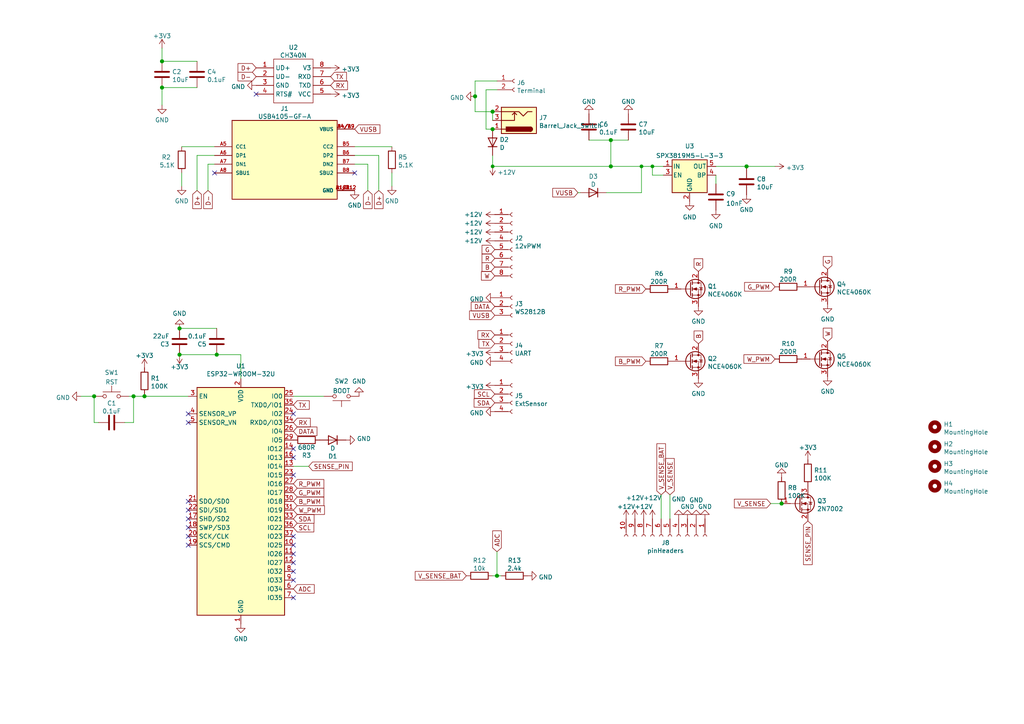
<source format=kicad_sch>
(kicad_sch (version 20211123) (generator eeschema)
  (paper "A4")
  (lib_symbols
    (symbol "Connector:Barrel_Jack_Switch" (pin_names hide)
      (property "Reference" "J" (at 0 5.334 0))
      (property "Value" "Barrel_Jack_Switch" (at 0 -5.08 0))
      (symbol "Barrel_Jack_Switch_0_1"
        (rectangle (start -5.08 3.81) (end 5.08 -3.81) (stroke (width 0.254)) (fill (type background)))
        (arc (start -3.302 3.175) (mid -3.937 2.54) (end -3.302 1.905) (stroke (width 0.254)))
        (arc (start -3.302 3.175) (mid -3.937 2.54) (end -3.302 1.905) (stroke (width 0.254)) (fill (type outline)))
        (polyline (pts (xy 1.27 -2.286) (xy 1.905 -1.651)) (stroke (width 0.254)))
        (polyline (pts (xy 5.08 2.54) (xy 3.81 2.54)) (stroke (width 0.254)))
        (polyline (pts (xy 5.08 0) (xy 1.27 0) (xy 1.27 -2.286) (xy 0.635 -1.651)) (stroke (width 0.254)))
        (polyline (pts (xy -3.81 -2.54) (xy -2.54 -2.54) (xy -1.27 -1.27) (xy 0 -2.54) (xy 2.54 -2.54) (xy 5.08 -2.54)) (stroke (width 0.254)))
        (rectangle (start 3.683 3.175) (end -3.302 1.905) (stroke (width 0.254)) (fill (type outline)))
      )
      (symbol "Barrel_Jack_Switch_1_1"
        (pin passive line (at 7.62 2.54 180) (length 2.54) (name "~") (number "1"))
        (pin passive line (at 7.62 -2.54 180) (length 2.54) (name "~") (number "2"))
        (pin passive line (at 7.62 0 180) (length 2.54) (name "~") (number "3"))
      )
    )
    (symbol "Connector:Conn_01x02_Female" (pin_names (offset 1.016) hide)
      (property "Reference" "J" (at 0 2.54 0))
      (property "Value" "Conn_01x02_Female" (at 0 -5.08 0))
      (symbol "Conn_01x02_Female_1_1"
        (arc (start 0 -2.032) (mid -0.508 -2.54) (end 0 -3.048) (stroke (width 0.1524)))
        (polyline (pts (xy -1.27 -2.54) (xy -0.508 -2.54)) (stroke (width 0.1524)))
        (polyline (pts (xy -1.27 0) (xy -0.508 0)) (stroke (width 0.1524)))
        (arc (start 0 0.508) (mid -0.508 0) (end 0 -0.508) (stroke (width 0.1524)))
        (pin passive line (at -5.08 0 0) (length 3.81) (name "Pin_1") (number "1"))
        (pin passive line (at -5.08 -2.54 0) (length 3.81) (name "Pin_2") (number "2"))
      )
    )
    (symbol "Connector:Conn_01x03_Female" (pin_names (offset 1.016) hide)
      (property "Reference" "J" (at 0 5.08 0))
      (property "Value" "Conn_01x03_Female" (at 0 -5.08 0))
      (symbol "Conn_01x03_Female_1_1"
        (arc (start 0 -2.032) (mid -0.508 -2.54) (end 0 -3.048) (stroke (width 0.1524)))
        (polyline (pts (xy -1.27 -2.54) (xy -0.508 -2.54)) (stroke (width 0.1524)))
        (polyline (pts (xy -1.27 0) (xy -0.508 0)) (stroke (width 0.1524)))
        (polyline (pts (xy -1.27 2.54) (xy -0.508 2.54)) (stroke (width 0.1524)))
        (arc (start 0 0.508) (mid -0.508 0) (end 0 -0.508) (stroke (width 0.1524)))
        (arc (start 0 3.048) (mid -0.508 2.54) (end 0 2.032) (stroke (width 0.1524)))
        (pin passive line (at -5.08 2.54 0) (length 3.81) (name "Pin_1") (number "1"))
        (pin passive line (at -5.08 0 0) (length 3.81) (name "Pin_2") (number "2"))
        (pin passive line (at -5.08 -2.54 0) (length 3.81) (name "Pin_3") (number "3"))
      )
    )
    (symbol "Connector:Conn_01x04_Female" (pin_names (offset 1.016) hide)
      (property "Reference" "J" (at 0 5.08 0))
      (property "Value" "Conn_01x04_Female" (at 0 -7.62 0))
      (symbol "Conn_01x04_Female_1_1"
        (arc (start 0 -4.572) (mid -0.508 -5.08) (end 0 -5.588) (stroke (width 0.1524)))
        (arc (start 0 -2.032) (mid -0.508 -2.54) (end 0 -3.048) (stroke (width 0.1524)))
        (polyline (pts (xy -1.27 -5.08) (xy -0.508 -5.08)) (stroke (width 0.1524)))
        (polyline (pts (xy -1.27 -2.54) (xy -0.508 -2.54)) (stroke (width 0.1524)))
        (polyline (pts (xy -1.27 0) (xy -0.508 0)) (stroke (width 0.1524)))
        (polyline (pts (xy -1.27 2.54) (xy -0.508 2.54)) (stroke (width 0.1524)))
        (arc (start 0 0.508) (mid -0.508 0) (end 0 -0.508) (stroke (width 0.1524)))
        (arc (start 0 3.048) (mid -0.508 2.54) (end 0 2.032) (stroke (width 0.1524)))
        (pin passive line (at -5.08 2.54 0) (length 3.81) (name "Pin_1") (number "1"))
        (pin passive line (at -5.08 0 0) (length 3.81) (name "Pin_2") (number "2"))
        (pin passive line (at -5.08 -2.54 0) (length 3.81) (name "Pin_3") (number "3"))
        (pin passive line (at -5.08 -5.08 0) (length 3.81) (name "Pin_4") (number "4"))
      )
    )
    (symbol "Connector:Conn_01x08_Female" (pin_names (offset 1.016) hide)
      (property "Reference" "J" (at 0 10.16 0))
      (property "Value" "Conn_01x08_Female" (at 0 -12.7 0))
      (symbol "Conn_01x08_Female_1_1"
        (arc (start 0 -9.652) (mid -0.508 -10.16) (end 0 -10.668) (stroke (width 0.1524)))
        (arc (start 0 -7.112) (mid -0.508 -7.62) (end 0 -8.128) (stroke (width 0.1524)))
        (arc (start 0 -4.572) (mid -0.508 -5.08) (end 0 -5.588) (stroke (width 0.1524)))
        (arc (start 0 -2.032) (mid -0.508 -2.54) (end 0 -3.048) (stroke (width 0.1524)))
        (polyline (pts (xy -1.27 -10.16) (xy -0.508 -10.16)) (stroke (width 0.1524)))
        (polyline (pts (xy -1.27 -7.62) (xy -0.508 -7.62)) (stroke (width 0.1524)))
        (polyline (pts (xy -1.27 -5.08) (xy -0.508 -5.08)) (stroke (width 0.1524)))
        (polyline (pts (xy -1.27 -2.54) (xy -0.508 -2.54)) (stroke (width 0.1524)))
        (polyline (pts (xy -1.27 0) (xy -0.508 0)) (stroke (width 0.1524)))
        (polyline (pts (xy -1.27 2.54) (xy -0.508 2.54)) (stroke (width 0.1524)))
        (polyline (pts (xy -1.27 5.08) (xy -0.508 5.08)) (stroke (width 0.1524)))
        (polyline (pts (xy -1.27 7.62) (xy -0.508 7.62)) (stroke (width 0.1524)))
        (arc (start 0 0.508) (mid -0.508 0) (end 0 -0.508) (stroke (width 0.1524)))
        (arc (start 0 3.048) (mid -0.508 2.54) (end 0 2.032) (stroke (width 0.1524)))
        (arc (start 0 5.588) (mid -0.508 5.08) (end 0 4.572) (stroke (width 0.1524)))
        (arc (start 0 8.128) (mid -0.508 7.62) (end 0 7.112) (stroke (width 0.1524)))
        (pin passive line (at -5.08 7.62 0) (length 3.81) (name "Pin_1") (number "1"))
        (pin passive line (at -5.08 5.08 0) (length 3.81) (name "Pin_2") (number "2"))
        (pin passive line (at -5.08 2.54 0) (length 3.81) (name "Pin_3") (number "3"))
        (pin passive line (at -5.08 0 0) (length 3.81) (name "Pin_4") (number "4"))
        (pin passive line (at -5.08 -2.54 0) (length 3.81) (name "Pin_5") (number "5"))
        (pin passive line (at -5.08 -5.08 0) (length 3.81) (name "Pin_6") (number "6"))
        (pin passive line (at -5.08 -7.62 0) (length 3.81) (name "Pin_7") (number "7"))
        (pin passive line (at -5.08 -10.16 0) (length 3.81) (name "Pin_8") (number "8"))
      )
    )
    (symbol "Connector:Conn_01x10_Female" (pin_names (offset 1.016) hide)
      (property "Reference" "J" (at 0 12.7 0))
      (property "Value" "Conn_01x10_Female" (at 0 -15.24 0))
      (symbol "Conn_01x10_Female_1_1"
        (arc (start 0 -12.192) (mid -0.508 -12.7) (end 0 -13.208) (stroke (width 0.1524)))
        (arc (start 0 -9.652) (mid -0.508 -10.16) (end 0 -10.668) (stroke (width 0.1524)))
        (arc (start 0 -7.112) (mid -0.508 -7.62) (end 0 -8.128) (stroke (width 0.1524)))
        (arc (start 0 -4.572) (mid -0.508 -5.08) (end 0 -5.588) (stroke (width 0.1524)))
        (arc (start 0 -2.032) (mid -0.508 -2.54) (end 0 -3.048) (stroke (width 0.1524)))
        (polyline (pts (xy -1.27 -12.7) (xy -0.508 -12.7)) (stroke (width 0.1524)))
        (polyline (pts (xy -1.27 -10.16) (xy -0.508 -10.16)) (stroke (width 0.1524)))
        (polyline (pts (xy -1.27 -7.62) (xy -0.508 -7.62)) (stroke (width 0.1524)))
        (polyline (pts (xy -1.27 -5.08) (xy -0.508 -5.08)) (stroke (width 0.1524)))
        (polyline (pts (xy -1.27 -2.54) (xy -0.508 -2.54)) (stroke (width 0.1524)))
        (polyline (pts (xy -1.27 0) (xy -0.508 0)) (stroke (width 0.1524)))
        (polyline (pts (xy -1.27 2.54) (xy -0.508 2.54)) (stroke (width 0.1524)))
        (polyline (pts (xy -1.27 5.08) (xy -0.508 5.08)) (stroke (width 0.1524)))
        (polyline (pts (xy -1.27 7.62) (xy -0.508 7.62)) (stroke (width 0.1524)))
        (polyline (pts (xy -1.27 10.16) (xy -0.508 10.16)) (stroke (width 0.1524)))
        (arc (start 0 0.508) (mid -0.508 0) (end 0 -0.508) (stroke (width 0.1524)))
        (arc (start 0 3.048) (mid -0.508 2.54) (end 0 2.032) (stroke (width 0.1524)))
        (arc (start 0 5.588) (mid -0.508 5.08) (end 0 4.572) (stroke (width 0.1524)))
        (arc (start 0 8.128) (mid -0.508 7.62) (end 0 7.112) (stroke (width 0.1524)))
        (arc (start 0 10.668) (mid -0.508 10.16) (end 0 9.652) (stroke (width 0.1524)))
        (pin passive line (at -5.08 10.16 0) (length 3.81) (name "Pin_1") (number "1"))
        (pin passive line (at -5.08 -12.7 0) (length 3.81) (name "Pin_10") (number "10"))
        (pin passive line (at -5.08 7.62 0) (length 3.81) (name "Pin_2") (number "2"))
        (pin passive line (at -5.08 5.08 0) (length 3.81) (name "Pin_3") (number "3"))
        (pin passive line (at -5.08 2.54 0) (length 3.81) (name "Pin_4") (number "4"))
        (pin passive line (at -5.08 0 0) (length 3.81) (name "Pin_5") (number "5"))
        (pin passive line (at -5.08 -2.54 0) (length 3.81) (name "Pin_6") (number "6"))
        (pin passive line (at -5.08 -5.08 0) (length 3.81) (name "Pin_7") (number "7"))
        (pin passive line (at -5.08 -7.62 0) (length 3.81) (name "Pin_8") (number "8"))
        (pin passive line (at -5.08 -10.16 0) (length 3.81) (name "Pin_9") (number "9"))
      )
    )
    (symbol "Device:C" (pin_numbers hide) (pin_names (offset 0.254))
      (property "Reference" "C" (at 0.635 2.54 0))
      (property "Value" "C" (at 0.635 -2.54 0))
      (symbol "C_0_1"
        (polyline (pts (xy -2.032 -0.762) (xy 2.032 -0.762)) (stroke (width 0.508)))
        (polyline (pts (xy -2.032 0.762) (xy 2.032 0.762)) (stroke (width 0.508)))
      )
      (symbol "C_1_1"
        (pin passive line (at 0 3.81 270) (length 2.794) (name "~") (number "1"))
        (pin passive line (at 0 -3.81 90) (length 2.794) (name "~") (number "2"))
      )
    )
    (symbol "Device:D" (pin_numbers hide) (pin_names (offset 1.016) hide)
      (property "Reference" "D" (at 0 2.54 0))
      (property "Value" "D" (at 0 -2.54 0))
      (symbol "D_0_1"
        (polyline (pts (xy -1.27 1.27) (xy -1.27 -1.27)) (stroke (width 0.254)))
        (polyline (pts (xy 1.27 0) (xy -1.27 0)))
        (polyline (pts (xy 1.27 1.27) (xy 1.27 -1.27) (xy -1.27 0) (xy 1.27 1.27)) (stroke (width 0.254)))
      )
      (symbol "D_1_1"
        (pin passive line (at -3.81 0 0) (length 2.54) (name "K") (number "1"))
        (pin passive line (at 3.81 0 180) (length 2.54) (name "A") (number "2"))
      )
    )
    (symbol "Device:Q_NMOS_GDS" (pin_names (offset 0) hide)
      (property "Reference" "Q" (at 5.08 1.27 0))
      (property "Value" "Q_NMOS_GDS" (at 5.08 -1.27 0))
      (symbol "Q_NMOS_GDS_0_1"
        (polyline (pts (xy 0.254 0) (xy -2.54 0)))
        (polyline (pts (xy 0.254 1.905) (xy 0.254 -1.905)) (stroke (width 0.254)))
        (polyline (pts (xy 0.762 -1.27) (xy 0.762 -2.286)) (stroke (width 0.254)))
        (polyline (pts (xy 0.762 0.508) (xy 0.762 -0.508)) (stroke (width 0.254)))
        (polyline (pts (xy 0.762 2.286) (xy 0.762 1.27)) (stroke (width 0.254)))
        (polyline (pts (xy 2.54 2.54) (xy 2.54 1.778)))
        (polyline (pts (xy 2.54 -2.54) (xy 2.54 0) (xy 0.762 0)))
        (polyline (pts (xy 0.762 -1.778) (xy 3.302 -1.778) (xy 3.302 1.778) (xy 0.762 1.778)))
        (polyline (pts (xy 1.016 0) (xy 2.032 0.381) (xy 2.032 -0.381) (xy 1.016 0)) (fill (type outline)))
        (polyline (pts (xy 2.794 0.508) (xy 2.921 0.381) (xy 3.683 0.381) (xy 3.81 0.254)))
        (polyline (pts (xy 3.302 0.381) (xy 2.921 -0.254) (xy 3.683 -0.254) (xy 3.302 0.381)))
        (circle (center 1.651 0) (radius 2.794) (stroke (width 0.254)))
        (circle (center 2.54 -1.778) (radius 0.254) (fill (type outline)))
        (circle (center 2.54 1.778) (radius 0.254) (fill (type outline)))
      )
      (symbol "Q_NMOS_GDS_1_1"
        (pin input line (at -5.08 0 0) (length 2.54) (name "G") (number "1"))
        (pin passive line (at 2.54 5.08 270) (length 2.54) (name "D") (number "2"))
        (pin passive line (at 2.54 -5.08 90) (length 2.54) (name "S") (number "3"))
      )
    )
    (symbol "Device:Q_NMOS_GSD" (pin_names (offset 0) hide)
      (property "Reference" "Q" (at 5.08 1.27 0))
      (property "Value" "Q_NMOS_GSD" (at 5.08 -1.27 0))
      (symbol "Q_NMOS_GSD_0_1"
        (polyline (pts (xy 0.254 0) (xy -2.54 0)))
        (polyline (pts (xy 0.254 1.905) (xy 0.254 -1.905)) (stroke (width 0.254)))
        (polyline (pts (xy 0.762 -1.27) (xy 0.762 -2.286)) (stroke (width 0.254)))
        (polyline (pts (xy 0.762 0.508) (xy 0.762 -0.508)) (stroke (width 0.254)))
        (polyline (pts (xy 0.762 2.286) (xy 0.762 1.27)) (stroke (width 0.254)))
        (polyline (pts (xy 2.54 2.54) (xy 2.54 1.778)))
        (polyline (pts (xy 2.54 -2.54) (xy 2.54 0) (xy 0.762 0)))
        (polyline (pts (xy 0.762 -1.778) (xy 3.302 -1.778) (xy 3.302 1.778) (xy 0.762 1.778)))
        (polyline (pts (xy 1.016 0) (xy 2.032 0.381) (xy 2.032 -0.381) (xy 1.016 0)) (fill (type outline)))
        (polyline (pts (xy 2.794 0.508) (xy 2.921 0.381) (xy 3.683 0.381) (xy 3.81 0.254)))
        (polyline (pts (xy 3.302 0.381) (xy 2.921 -0.254) (xy 3.683 -0.254) (xy 3.302 0.381)))
        (circle (center 1.651 0) (radius 2.794) (stroke (width 0.254)))
        (circle (center 2.54 -1.778) (radius 0.254) (fill (type outline)))
        (circle (center 2.54 1.778) (radius 0.254) (fill (type outline)))
      )
      (symbol "Q_NMOS_GSD_1_1"
        (pin input line (at -5.08 0 0) (length 2.54) (name "G") (number "1"))
        (pin passive line (at 2.54 -5.08 90) (length 2.54) (name "S") (number "2"))
        (pin passive line (at 2.54 5.08 270) (length 2.54) (name "D") (number "3"))
      )
    )
    (symbol "Device:R" (pin_numbers hide) (pin_names (offset 0))
      (property "Reference" "R" (at 2.032 0 90))
      (property "Value" "R" (at 0 0 90))
      (symbol "R_0_1"
        (rectangle (start -1.016 -2.54) (end 1.016 2.54) (stroke (width 0.254)))
      )
      (symbol "R_1_1"
        (pin passive line (at 0 3.81 270) (length 1.27) (name "~") (number "1"))
        (pin passive line (at 0 -3.81 90) (length 1.27) (name "~") (number "2"))
      )
    )
    (symbol "Interface_USB:CH340N"
      (property "Reference" "U" (at 0 3.81 0))
      (property "Value" "CH340N" (at 0 1.27 0))
      (symbol "CH340N_0_1"
        (rectangle (start -6.35 0) (end 5.08 -12.7) (stroke (width 0.1524)))
      )
      (symbol "CH340N_1_1"
        (pin input line (at -11.43 -2.54 0) (length 5.08) (name "UD+") (number "1"))
        (pin input line (at -11.43 -5.08 0) (length 5.08) (name "UD-") (number "2"))
        (pin input line (at -11.43 -7.62 0) (length 5.08) (name "GND") (number "3"))
        (pin input line (at -11.43 -10.16 0) (length 5.08) (name "RTS#") (number "4"))
        (pin input line (at 10.16 -10.16 180) (length 5.08) (name "VCC") (number "5"))
        (pin input line (at 10.16 -7.62 180) (length 5.08) (name "TXD") (number "6"))
        (pin input line (at 10.16 -5.08 180) (length 5.08) (name "RXD") (number "7"))
        (pin input line (at 10.16 -2.54 180) (length 5.08) (name "V3") (number "8"))
      )
    )
    (symbol "Mechanical:MountingHole" (pin_names (offset 1.016))
      (property "Reference" "H" (at 0 5.08 0))
      (property "Value" "MountingHole" (at 0 3.175 0))
      (symbol "MountingHole_0_1"
        (circle (center 0 0) (radius 1.27) (stroke (width 1.27)))
      )
    )
    (symbol "RF_Module:ESP32-WROOM-32U"
      (property "Reference" "U" (at -12.7 34.29 0))
      (property "Value" "ESP32-WROOM-32U" (at 1.27 34.29 0))
      (symbol "ESP32-WROOM-32U_0_1"
        (rectangle (start -12.7 33.02) (end 12.7 -33.02) (stroke (width 0.254)) (fill (type background)))
      )
      (symbol "ESP32-WROOM-32U_1_1"
        (pin power_in line (at 0 -35.56 90) (length 2.54) (name "GND") (number "1"))
        (pin bidirectional line (at 15.24 -12.7 180) (length 2.54) (name "IO25") (number "10"))
        (pin bidirectional line (at 15.24 -15.24 180) (length 2.54) (name "IO26") (number "11"))
        (pin bidirectional line (at 15.24 -17.78 180) (length 2.54) (name "IO27") (number "12"))
        (pin bidirectional line (at 15.24 10.16 180) (length 2.54) (name "IO14") (number "13"))
        (pin bidirectional line (at 15.24 15.24 180) (length 2.54) (name "IO12") (number "14"))
        (pin passive line (at 0 -35.56 90) (length 2.54) hide (name "GND") (number "15"))
        (pin bidirectional line (at 15.24 12.7 180) (length 2.54) (name "IO13") (number "16"))
        (pin bidirectional line (at -15.24 -5.08 0) (length 2.54) (name "SHD/SD2") (number "17"))
        (pin bidirectional line (at -15.24 -7.62 0) (length 2.54) (name "SWP/SD3") (number "18"))
        (pin bidirectional line (at -15.24 -12.7 0) (length 2.54) (name "SCS/CMD") (number "19"))
        (pin power_in line (at 0 35.56 270) (length 2.54) (name "VDD") (number "2"))
        (pin bidirectional line (at -15.24 -10.16 0) (length 2.54) (name "SCK/CLK") (number "20"))
        (pin bidirectional line (at -15.24 0 0) (length 2.54) (name "SDO/SD0") (number "21"))
        (pin bidirectional line (at -15.24 -2.54 0) (length 2.54) (name "SDI/SD1") (number "22"))
        (pin bidirectional line (at 15.24 7.62 180) (length 2.54) (name "IO15") (number "23"))
        (pin bidirectional line (at 15.24 25.4 180) (length 2.54) (name "IO2") (number "24"))
        (pin bidirectional line (at 15.24 30.48 180) (length 2.54) (name "IO0") (number "25"))
        (pin bidirectional line (at 15.24 20.32 180) (length 2.54) (name "IO4") (number "26"))
        (pin bidirectional line (at 15.24 5.08 180) (length 2.54) (name "IO16") (number "27"))
        (pin bidirectional line (at 15.24 2.54 180) (length 2.54) (name "IO17") (number "28"))
        (pin bidirectional line (at 15.24 17.78 180) (length 2.54) (name "IO5") (number "29"))
        (pin input line (at -15.24 30.48 0) (length 2.54) (name "EN") (number "3"))
        (pin bidirectional line (at 15.24 0 180) (length 2.54) (name "IO18") (number "30"))
        (pin bidirectional line (at 15.24 -2.54 180) (length 2.54) (name "IO19") (number "31"))
        (pin no_connect line (at -12.7 -27.94 0) (length 2.54) hide (name "NC") (number "32"))
        (pin bidirectional line (at 15.24 -5.08 180) (length 2.54) (name "IO21") (number "33"))
        (pin bidirectional line (at 15.24 22.86 180) (length 2.54) (name "RXD0/IO3") (number "34"))
        (pin bidirectional line (at 15.24 27.94 180) (length 2.54) (name "TXD0/IO1") (number "35"))
        (pin bidirectional line (at 15.24 -7.62 180) (length 2.54) (name "IO22") (number "36"))
        (pin bidirectional line (at 15.24 -10.16 180) (length 2.54) (name "IO23") (number "37"))
        (pin passive line (at 0 -35.56 90) (length 2.54) hide (name "GND") (number "38"))
        (pin passive line (at 0 -35.56 90) (length 2.54) hide (name "GND") (number "39"))
        (pin input line (at -15.24 25.4 0) (length 2.54) (name "SENSOR_VP") (number "4"))
        (pin input line (at -15.24 22.86 0) (length 2.54) (name "SENSOR_VN") (number "5"))
        (pin input line (at 15.24 -25.4 180) (length 2.54) (name "IO34") (number "6"))
        (pin input line (at 15.24 -27.94 180) (length 2.54) (name "IO35") (number "7"))
        (pin bidirectional line (at 15.24 -20.32 180) (length 2.54) (name "IO32") (number "8"))
        (pin bidirectional line (at 15.24 -22.86 180) (length 2.54) (name "IO33") (number "9"))
      )
    )
    (symbol "Regulator_Linear:SPX3819M5-L-3-3" (pin_names (offset 0.254))
      (property "Reference" "U" (at -3.81 5.715 0))
      (property "Value" "SPX3819M5-L-3-3" (at 0 5.715 0))
      (symbol "SPX3819M5-L-3-3_0_1"
        (rectangle (start -5.08 4.445) (end 5.08 -5.08) (stroke (width 0.254)) (fill (type background)))
      )
      (symbol "SPX3819M5-L-3-3_1_1"
        (pin power_in line (at -7.62 2.54 0) (length 2.54) (name "IN") (number "1"))
        (pin power_in line (at 0 -7.62 90) (length 2.54) (name "GND") (number "2"))
        (pin input line (at -7.62 0 0) (length 2.54) (name "EN") (number "3"))
        (pin input line (at 7.62 0 180) (length 2.54) (name "BP") (number "4"))
        (pin power_out line (at 7.62 2.54 180) (length 2.54) (name "OUT") (number "5"))
      )
    )
    (symbol "Switch:SW_Push" (pin_numbers hide) (pin_names (offset 1.016) hide)
      (property "Reference" "SW" (at 1.27 2.54 0))
      (property "Value" "SW_Push" (at 0 -1.524 0))
      (symbol "SW_Push_0_1"
        (circle (center -2.032 0) (radius 0.508))
        (polyline (pts (xy 0 1.27) (xy 0 3.048)))
        (polyline (pts (xy 2.54 1.27) (xy -2.54 1.27)))
        (circle (center 2.032 0) (radius 0.508))
        (pin passive line (at -5.08 0 0) (length 2.54) (name "1") (number "1"))
        (pin passive line (at 5.08 0 180) (length 2.54) (name "2") (number "2"))
      )
    )
    (symbol "USB4105-GF-A:USB4105-GF-A" (pin_names (offset 1.016))
      (property "Reference" "J" (at -15.24 13.97 0))
      (property "Value" "USB4105-GF-A" (at -15.24 -12.7 0))
      (symbol "USB4105-GF-A_0_0"
        (rectangle (start -15.24 -10.16) (end 15.24 12.7) (stroke (width 0.254)) (fill (type background)))
        (pin power_in line (at 20.32 -7.62 180) (length 5.08) (name "GND") (number "A1/B12"))
        (pin power_in line (at 20.32 10.16 180) (length 5.08) (name "VBUS") (number "A4/B9"))
        (pin bidirectional line (at -20.32 5.08 0) (length 5.08) (name "CC1") (number "A5"))
        (pin bidirectional line (at -20.32 2.54 0) (length 5.08) (name "DP1") (number "A6"))
        (pin bidirectional line (at -20.32 0 0) (length 5.08) (name "DN1") (number "A7"))
        (pin bidirectional line (at -20.32 -2.54 0) (length 5.08) (name "SBU1") (number "A8"))
        (pin power_in line (at 20.32 -7.62 180) (length 5.08) (name "GND") (number "B1/A12"))
        (pin power_in line (at 20.32 10.16 180) (length 5.08) (name "VBUS") (number "B4/A9"))
        (pin bidirectional line (at 20.32 5.08 180) (length 5.08) (name "CC2") (number "B5"))
        (pin bidirectional line (at 20.32 2.54 180) (length 5.08) (name "DP2") (number "B6"))
        (pin bidirectional line (at 20.32 0 180) (length 5.08) (name "DN2") (number "B7"))
        (pin bidirectional line (at 20.32 -2.54 180) (length 5.08) (name "SBU2") (number "B8"))
        (pin power_in line (at 20.32 -7.62 180) (length 5.08) (name "GND") (number "G1"))
        (pin power_in line (at 20.32 -7.62 180) (length 5.08) (name "GND") (number "G2"))
        (pin power_in line (at 20.32 -7.62 180) (length 5.08) (name "GND") (number "G3"))
        (pin power_in line (at 20.32 -7.62 180) (length 5.08) (name "GND") (number "G4"))
      )
    )
    (symbol "power:+12V" (power) (pin_names (offset 0))
      (property "Value" "+12V" (at 0 3.556 0))
      (symbol "+12V_0_1"
        (polyline (pts (xy -0.762 1.27) (xy 0 2.54)))
        (polyline (pts (xy 0 0) (xy 0 2.54)))
        (polyline (pts (xy 0 2.54) (xy 0.762 1.27)))
      )
      (symbol "+12V_1_1"
        (pin power_in line (at 0 0 90) (length 0) hide (name "+12V") (number "1"))
      )
    )
    (symbol "power:+3.3V" (power) (pin_names (offset 0))
      (property "Value" "+3.3V" (at 0 3.556 0))
      (symbol "+3.3V_0_1"
        (polyline (pts (xy -0.762 1.27) (xy 0 2.54)))
        (polyline (pts (xy 0 0) (xy 0 2.54)))
        (polyline (pts (xy 0 2.54) (xy 0.762 1.27)))
      )
      (symbol "+3.3V_1_1"
        (pin power_in line (at 0 0 90) (length 0) hide (name "+3V3") (number "1"))
      )
    )
    (symbol "power:GND" (power) (pin_names (offset 0))
      (property "Value" "GND" (at 0 -3.81 0))
      (symbol "GND_0_1"
        (polyline (pts (xy 0 0) (xy 0 -1.27) (xy 1.27 -1.27) (xy 0 -2.54) (xy -1.27 -1.27) (xy 0 -1.27)))
      )
      (symbol "GND_1_1"
        (pin power_in line (at 0 0 270) (length 0) hide (name "GND") (number "1"))
      )
    )
  )
  (junction (at 27.305 114.935) (diameter 1.016))
  (junction (at 41.91 114.935) (diameter 1.016))
  (junction (at 216.535 48.26) (diameter 1.016))
  (junction (at 52.07 102.87) (diameter 1.016))
  (junction (at 177.165 40.64) (diameter 1.016))
  (junction (at 177.165 48.26) (diameter 1.016))
  (junction (at 186.055 48.26))
  (junction (at 137.795 27.94) (diameter 1.016))
  (junction (at 189.23 48.26))
  (junction (at 38.735 114.935) (diameter 1.016))
  (junction (at 52.07 95.25) (diameter 1.016))
  (junction (at 46.99 25.4) (diameter 1.016))
  (junction (at 46.99 17.78) (diameter 1.016))
  (junction (at 142.875 37.465) (diameter 1.016))
  (junction (at 142.875 48.26))
  (junction (at 226.695 146.05) (diameter 1.016))
  (junction (at 62.865 102.87) (diameter 1.016))
  (junction (at 144.145 167.005) (diameter 1.016))
  (junction (at 142.875 32.385) (diameter 1.016))
  (no_connect (at 102.87 50.165))
  (no_connect (at 85.09 165.735))
  (no_connect (at 62.23 50.165))
  (no_connect (at 85.09 155.575))
  (no_connect (at 74.295 27.305))
  (no_connect (at 85.09 120.015))
  (no_connect (at 85.09 132.715))
  (no_connect (at 85.09 137.795))
  (no_connect (at 85.09 158.115))
  (no_connect (at 85.09 160.655))
  (no_connect (at 85.09 163.195))
  (no_connect (at 85.09 168.275))
  (no_connect (at 85.09 173.355))
  (no_connect (at 85.09 130.175))
  (no_connect (at 54.61 120.015))
  (no_connect (at 54.61 122.555))
  (no_connect (at 54.61 145.415))
  (no_connect (at 54.61 147.955))
  (no_connect (at 54.61 150.495))
  (no_connect (at 54.61 153.035))
  (no_connect (at 54.61 155.575))
  (no_connect (at 54.61 158.115))
  (wire (pts (xy 37.465 114.935) (xy 38.735 114.935)))
  (wire (pts (xy 27.305 122.555) (xy 28.575 122.555)))
  (wire (pts (xy 216.535 48.26) (xy 216.535 48.895)))
  (wire (pts (xy 144.145 160.02) (xy 144.145 167.005)))
  (wire (pts (xy 106.68 47.625) (xy 106.68 55.245)))
  (wire (pts (xy 46.99 25.4) (xy 57.15 25.4)))
  (wire (pts (xy 137.795 23.495) (xy 137.795 27.94)))
  (wire (pts (xy 175.895 55.88) (xy 186.055 55.88)))
  (wire (pts (xy 177.165 40.64) (xy 182.245 40.64)))
  (wire (pts (xy 192.405 50.8) (xy 189.23 50.8)))
  (wire (pts (xy 60.325 55.245) (xy 60.325 47.625)))
  (wire (pts (xy 170.815 40.64) (xy 177.165 40.64)))
  (wire (pts (xy 142.875 32.385) (xy 142.875 34.925)))
  (wire (pts (xy 52.705 42.545) (xy 62.23 42.545)))
  (wire (pts (xy 38.735 122.555) (xy 38.735 114.935)))
  (wire (pts (xy 102.87 45.085) (xy 109.855 45.085)))
  (wire (pts (xy 137.795 23.495) (xy 144.145 23.495)))
  (wire (pts (xy 186.055 48.26) (xy 189.23 48.26)))
  (wire (pts (xy 62.865 102.87) (xy 52.07 102.87)))
  (wire (pts (xy 113.665 50.165) (xy 113.665 53.975)))
  (wire (pts (xy 140.97 26.035) (xy 140.97 37.465)))
  (wire (pts (xy 46.99 25.4) (xy 46.99 30.48)))
  (wire (pts (xy 52.705 50.165) (xy 52.705 53.975)))
  (wire (pts (xy 41.91 114.3) (xy 41.91 114.935)))
  (wire (pts (xy 85.09 135.255) (xy 89.535 135.255)))
  (wire (pts (xy 207.645 50.8) (xy 207.645 53.34)))
  (wire (pts (xy 62.23 45.085) (xy 57.15 45.085)))
  (wire (pts (xy 41.91 114.935) (xy 54.61 114.935)))
  (wire (pts (xy 23.495 114.935) (xy 27.305 114.935)))
  (wire (pts (xy 137.795 32.385) (xy 142.875 32.385)))
  (wire (pts (xy 177.165 40.64) (xy 177.165 48.26)))
  (wire (pts (xy 189.23 48.26) (xy 192.405 48.26)))
  (wire (pts (xy 46.99 13.97) (xy 46.99 17.78)))
  (wire (pts (xy 60.325 47.625) (xy 62.23 47.625)))
  (wire (pts (xy 109.855 45.085) (xy 109.855 55.245)))
  (wire (pts (xy 216.535 48.26) (xy 224.79 48.26)))
  (wire (pts (xy 102.87 42.545) (xy 113.665 42.545)))
  (wire (pts (xy 27.305 114.935) (xy 27.305 122.555)))
  (wire (pts (xy 194.31 143.51) (xy 194.31 150.495)))
  (wire (pts (xy 189.23 50.8) (xy 189.23 48.26)))
  (wire (pts (xy 142.875 48.26) (xy 177.165 48.26)))
  (wire (pts (xy 191.77 143.51) (xy 191.77 150.495)))
  (wire (pts (xy 36.195 122.555) (xy 38.735 122.555)))
  (wire (pts (xy 142.875 45.085) (xy 142.875 48.26)))
  (wire (pts (xy 137.795 27.94) (xy 137.795 32.385)))
  (wire (pts (xy 207.645 48.26) (xy 216.535 48.26)))
  (wire (pts (xy 69.85 102.87) (xy 69.85 109.855)))
  (wire (pts (xy 223.52 146.05) (xy 226.695 146.05)))
  (wire (pts (xy 62.865 95.25) (xy 52.07 95.25)))
  (wire (pts (xy 69.85 102.87) (xy 62.865 102.87)))
  (wire (pts (xy 85.09 114.935) (xy 93.98 114.935)))
  (wire (pts (xy 102.87 47.625) (xy 106.68 47.625)))
  (wire (pts (xy 38.735 114.935) (xy 41.91 114.935)))
  (wire (pts (xy 140.97 26.035) (xy 144.145 26.035)))
  (wire (pts (xy 142.875 167.005) (xy 144.145 167.005)))
  (wire (pts (xy 144.145 167.005) (xy 145.415 167.005)))
  (wire (pts (xy 46.99 17.78) (xy 57.15 17.78)))
  (wire (pts (xy 177.165 48.26) (xy 186.055 48.26)))
  (wire (pts (xy 186.055 55.88) (xy 186.055 48.26)))
  (wire (pts (xy 140.97 37.465) (xy 142.875 37.465)))
  (wire (pts (xy 167.64 55.88) (xy 168.275 55.88)))
  (wire (pts (xy 57.15 45.085) (xy 57.15 55.245)))
  (global_label "D-" (shape input) (at 74.295 22.225 180) (property "Intersheet References" "${INTERSHEET_REFS}" (effects hide)))
  (global_label "SENSE_PIN" (shape input) (at 234.315 151.13 270) (property "Intersheet References" "${INTERSHEET_REFS}" (effects hide)))
  (global_label "B" (shape input) (at 143.51 77.47 180) (property "Intersheet References" "${INTERSHEET_REFS}" (effects hide)))
  (global_label "W" (shape input) (at 240.03 99.06 90) (property "Intersheet References" "${INTERSHEET_REFS}" (effects hide)))
  (global_label "D+" (shape input) (at 74.295 19.685 180) (property "Intersheet References" "${INTERSHEET_REFS}" (effects hide)))
  (global_label "SDA" (shape input) (at 143.51 116.84 180) (property "Intersheet References" "${INTERSHEET_REFS}" (effects hide)))
  (global_label "B" (shape input) (at 202.565 99.695 90) (property "Intersheet References" "${INTERSHEET_REFS}" (effects hide)))
  (global_label "W" (shape input) (at 143.51 80.01 180) (property "Intersheet References" "${INTERSHEET_REFS}" (effects hide)))
  (global_label "DATA" (shape input) (at 143.51 88.9 180) (property "Intersheet References" "${INTERSHEET_REFS}" (effects hide)))
  (global_label "G_PWM" (shape input) (at 224.79 83.185 180) (property "Intersheet References" "${INTERSHEET_REFS}" (effects hide)))
  (global_label "D+" (shape input) (at 57.15 55.245 270) (property "Intersheet References" "${INTERSHEET_REFS}" (effects hide)))
  (global_label "SDA" (shape input) (at 85.09 150.495 0) (property "Intersheet References" "${INTERSHEET_REFS}" (effects hide)))
  (global_label "TX" (shape input) (at 95.885 22.225 0) (property "Intersheet References" "${INTERSHEET_REFS}" (effects hide)))
  (global_label "VUSB" (shape input) (at 102.87 37.465 0) (property "Intersheet References" "${INTERSHEET_REFS}" (effects hide)))
  (global_label "V_SENSE" (shape input) (at 223.52 146.05 180) (property "Intersheet References" "${INTERSHEET_REFS}" (effects hide)))
  (global_label "R" (shape input) (at 143.51 74.93 180) (property "Intersheet References" "${INTERSHEET_REFS}" (effects hide)))
  (global_label "B_PWM" (shape input) (at 187.325 104.775 180) (property "Intersheet References" "${INTERSHEET_REFS}" (effects hide)))
  (global_label "G" (shape input) (at 240.03 78.105 90) (property "Intersheet References" "${INTERSHEET_REFS}" (effects hide)))
  (global_label "D+" (shape input) (at 109.855 55.245 270) (property "Intersheet References" "${INTERSHEET_REFS}" (effects hide)))
  (global_label "V_SENSE_BAT" (shape input) (at 191.77 143.51 90) (property "Intersheet References" "${INTERSHEET_REFS}" (effects hide)))
  (global_label "DATA" (shape input) (at 85.09 125.095 0) (property "Intersheet References" "${INTERSHEET_REFS}" (effects hide)))
  (global_label "VUSB" (shape input) (at 167.64 55.88 180) (property "Intersheet References" "${INTERSHEET_REFS}" (effects hide)))
  (global_label "R" (shape input) (at 202.565 78.74 90) (property "Intersheet References" "${INTERSHEET_REFS}" (effects hide)))
  (global_label "ADC" (shape input) (at 85.09 170.815 0) (property "Intersheet References" "${INTERSHEET_REFS}" (effects hide)))
  (global_label "W_PWM" (shape input) (at 224.79 104.14 180) (property "Intersheet References" "${INTERSHEET_REFS}" (effects hide)))
  (global_label "SENSE_PIN" (shape input) (at 89.535 135.255 0) (property "Intersheet References" "${INTERSHEET_REFS}" (effects hide)))
  (global_label "V_SENSE" (shape input) (at 194.31 143.51 90) (property "Intersheet References" "${INTERSHEET_REFS}" (effects hide)))
  (global_label "D-" (shape input) (at 106.68 55.245 270) (property "Intersheet References" "${INTERSHEET_REFS}" (effects hide)))
  (global_label "R_PWM" (shape input) (at 85.09 140.335 0) (property "Intersheet References" "${INTERSHEET_REFS}" (effects hide)))
  (global_label "ADC" (shape input) (at 144.145 160.02 90) (property "Intersheet References" "${INTERSHEET_REFS}" (effects hide)))
  (global_label "G_PWM" (shape input) (at 85.09 142.875 0) (property "Intersheet References" "${INTERSHEET_REFS}" (effects hide)))
  (global_label "RX" (shape input) (at 143.51 97.155 180) (property "Intersheet References" "${INTERSHEET_REFS}" (effects hide)))
  (global_label "RX" (shape input) (at 85.09 122.555 0) (property "Intersheet References" "${INTERSHEET_REFS}" (effects hide)))
  (global_label "SCL" (shape input) (at 143.51 114.3 180) (property "Intersheet References" "${INTERSHEET_REFS}" (effects hide)))
  (global_label "RX" (shape input) (at 95.885 24.765 0) (property "Intersheet References" "${INTERSHEET_REFS}" (effects hide)))
  (global_label "TX" (shape input) (at 85.09 117.475 0) (property "Intersheet References" "${INTERSHEET_REFS}" (effects hide)))
  (global_label "SCL" (shape input) (at 85.09 153.035 0) (property "Intersheet References" "${INTERSHEET_REFS}" (effects hide)))
  (global_label "B_PWM" (shape input) (at 85.09 145.415 0) (property "Intersheet References" "${INTERSHEET_REFS}" (effects hide)))
  (global_label "VUSB" (shape input) (at 143.51 91.44 180) (property "Intersheet References" "${INTERSHEET_REFS}" (effects hide)))
  (global_label "TX" (shape input) (at 143.51 99.695 180) (property "Intersheet References" "${INTERSHEET_REFS}" (effects hide)))
  (global_label "W_PWM" (shape input) (at 85.09 147.955 0) (property "Intersheet References" "${INTERSHEET_REFS}" (effects hide)))
  (global_label "D-" (shape input) (at 60.325 55.245 270) (property "Intersheet References" "${INTERSHEET_REFS}" (effects hide)))
  (global_label "V_SENSE_BAT" (shape input) (at 135.255 167.005 180) (property "Intersheet References" "${INTERSHEET_REFS}" (effects hide)))
  (global_label "R_PWM" (shape input) (at 187.325 83.82 180) (property "Intersheet References" "${INTERSHEET_REFS}" (effects hide)))
  (global_label "G" (shape input) (at 143.51 72.39 180) (property "Intersheet References" "${INTERSHEET_REFS}" (effects hide)))
  (symbol (lib_id "power:GND") (at 52.07 95.25 180) (unit 1)
    (property "Reference" "#PWR0130" (effects hide))
    (property "Value" "GND" (at 52.07 90.9256 0))
  )
  (symbol (lib_id "Switch:SW_Push") (at 99.06 114.935 180) (unit 1)
    (property "Reference" "SW2" (at 99.06 110.5875 0))
    (property "Value" "BOOT" (at 99.06 113.3626 0))
    (property "Footprint" "Switches:TACTILE_SWITCH_SMD_6.0X3.5MM" (effects hide))
  )
  (symbol (lib_id "Mechanical:MountingHole") (at 271.145 123.825 0) (unit 1)
    (property "Reference" "H1" (at 273.6851 123.0641 0) (effects (justify left)))
    (property "Value" "MountingHole" (at 273.6851 125.3628 0) (effects (justify left)))
    (property "Footprint" "MountingHole:MountingHole_3mm_Pad" (effects hide))
  )
  (symbol (lib_id "power:+3.3V") (at 224.79 48.26 270) (unit 1)
    (property "Reference" "#PWR0108" (effects hide))
    (property "Value" "+3.3V" (at 227.9651 48.6485 90) (effects (justify left)))
  )
  (symbol (lib_id "power:GND") (at 201.93 150.495 180) (unit 1)
    (property "Reference" "#PWR0140" (effects hide))
    (property "Value" "GND" (at 201.93 145.0426 0))
  )
  (symbol (lib_id "Device:C") (at 62.865 99.06 180) (unit 1)
    (property "Reference" "C5" (at 59.9439 99.8209 0) (effects (justify left)))
    (property "Value" "0.1uF" (at 59.9439 97.5222 0) (effects (justify left)))
    (property "Footprint" "Capacitor_SMD:C_0402_1005Metric" (effects hide))
  )
  (symbol (lib_id "power:GND") (at 240.03 109.22 0) (unit 1)
    (property "Reference" "#PWR0121" (effects hide))
    (property "Value" "GND" (at 240.03 113.5444 0))
  )
  (symbol (lib_id "Switch:SW_Push") (at 32.385 114.935 0) (unit 1)
    (property "Reference" "SW1" (at 32.385 108.0475 0))
    (property "Value" "RST" (at 32.385 110.8226 0))
    (property "Footprint" "Switches:TACTILE_SWITCH_SMD_6.0X3.5MM" (effects hide))
  )
  (symbol (lib_id "Device:C") (at 57.15 21.59 0) (unit 1)
    (property "Reference" "C4" (at 60.0711 20.8291 0) (effects (justify left)))
    (property "Value" "0.1uF" (at 60.0711 23.1278 0) (effects (justify left)))
    (property "Footprint" "Capacitor_SMD:C_0402_1005Metric" (effects hide))
  )
  (symbol (lib_id "power:+12V") (at 181.61 150.495 0) (unit 1)
    (property "Reference" "#PWR0125" (effects hide))
    (property "Value" "+12V" (at 181.61 146.9476 0))
  )
  (symbol (lib_id "Device:Q_NMOS_GDS") (at 237.49 104.14 0) (unit 1)
    (property "Reference" "Q5" (at 242.6971 103.3791 0) (effects (justify left)))
    (property "Value" "NCE4060K" (at 242.6971 105.6778 0) (effects (justify left)))
    (property "Footprint" "Package_TO_SOT_SMD:TO-263-2" (effects hide))
  )
  (symbol (lib_id "power:+3.3V") (at 234.315 133.35 0) (unit 1)
    (property "Reference" "#PWR0118" (effects hide))
    (property "Value" "+3.3V" (at 234.315 129.8026 0))
  )
  (symbol (lib_id "power:GND") (at 182.245 33.02 180) (unit 1)
    (property "Reference" "#PWR0112" (effects hide))
    (property "Value" "GND" (at 182.245 29.4726 0))
  )
  (symbol (lib_id "power:GND") (at 199.39 150.495 180) (unit 1)
    (property "Reference" "#PWR0126" (effects hide))
    (property "Value" "GND" (at 199.39 146.9476 0))
  )
  (symbol (lib_id "power:+12V") (at 143.51 69.85 90) (unit 1)
    (property "Reference" "#PWR0144" (effects hide))
    (property "Value" "+12V" (at 134.62 69.85 90) (effects (justify right)))
  )
  (symbol (lib_id "power:GND") (at 102.87 55.245 0) (unit 1)
    (property "Reference" "#PWR0115" (effects hide))
    (property "Value" "GND" (at 102.87 59.5694 0))
  )
  (symbol (lib_id "Device:D") (at 172.085 55.88 180) (unit 1)
    (property "Reference" "D3" (at 172.085 51.1768 0))
    (property "Value" "D" (at 172.085 53.4755 0))
    (property "Footprint" "Diode_SMD:D_SMA" (effects hide))
    (property "JLCPCB" "C2480" (effects hide))
  )
  (symbol (lib_id "Device:C") (at 170.815 36.83 0) (unit 1)
    (property "Reference" "C6" (at 173.7361 36.0691 0) (effects (justify left)))
    (property "Value" "0.1uF" (at 173.7361 38.3678 0) (effects (justify left)))
    (property "Footprint" "Capacitor_SMD:C_0402_1005Metric" (effects hide))
  )
  (symbol (lib_id "power:GND") (at 207.645 60.96 0) (unit 1)
    (property "Reference" "#PWR0146" (effects hide))
    (property "Value" "GND" (at 207.645 65.5225 0))
  )
  (symbol (lib_id "Device:R") (at 149.225 167.005 90) (unit 1)
    (property "Reference" "R13" (at 149.225 162.5558 90))
    (property "Value" "2.4k" (at 149.225 164.8545 90))
    (property "Footprint" "Resistor_SMD:R_0402_1005Metric" (effects hide))
  )
  (symbol (lib_id "power:GND") (at 143.51 104.775 270) (unit 1)
    (property "Reference" "#PWR0103" (effects hide))
    (property "Value" "GND" (at 140.335 105.1635 90) (effects (justify right)))
  )
  (symbol (lib_id "power:GND") (at 69.85 180.975 0) (unit 1)
    (property "Reference" "#PWR0138" (effects hide))
    (property "Value" "GND" (at 69.85 185.2994 0))
  )
  (symbol (lib_id "Connector:Conn_01x02_Female") (at 149.225 23.495 0) (unit 1)
    (property "Reference" "J6" (at 149.9363 24.0041 0) (effects (justify left)))
    (property "Value" "Terminal" (at 149.9363 26.3028 0) (effects (justify left)))
    (property "Footprint" "TerminalBlock:TerminalBlock_Altech_AK300-2_P5.00mm" (effects hide))
    (property "JLCPCB" " C8269" (effects hide))
  )
  (symbol (lib_id "Mechanical:MountingHole") (at 271.145 135.255 0) (unit 1)
    (property "Reference" "H3" (at 273.6851 134.4941 0) (effects (justify left)))
    (property "Value" "MountingHole" (at 273.6851 136.7928 0) (effects (justify left)))
    (property "Footprint" "MountingHole:MountingHole_3mm_Pad" (effects hide))
  )
  (symbol (lib_id "power:GND") (at 202.565 88.9 0) (unit 1)
    (property "Reference" "#PWR0117" (effects hide))
    (property "Value" "GND" (at 202.565 93.2244 0))
  )
  (symbol (lib_id "power:+12V") (at 143.51 67.31 90) (unit 1)
    (property "Reference" "#PWR0143" (effects hide))
    (property "Value" "+12V" (at 134.62 67.31 90) (effects (justify right)))
  )
  (symbol (lib_id "power:GND") (at 216.535 56.515 0) (unit 1)
    (property "Reference" "#PWR0105" (effects hide))
    (property "Value" "GND" (at 216.535 60.8394 0))
  )
  (symbol (lib_id "power:+3.3V") (at 143.51 102.235 90) (unit 1)
    (property "Reference" "#PWR0102" (effects hide))
    (property "Value" "+3.3V" (at 140.3349 102.6235 90) (effects (justify left)))
  )
  (symbol (lib_id "power:+3.3V") (at 41.91 106.68 0) (unit 1)
    (property "Reference" "#PWR0136" (effects hide))
    (property "Value" "+3.3V" (at 41.91 103.1326 0))
  )
  (symbol (lib_id "power:+12V") (at 142.875 48.26 180) (unit 1)
    (property "Reference" "#PWR0104" (effects hide))
    (property "Value" "+12V" (at 144.272 50.009 0) (effects (justify right)))
  )
  (symbol (lib_id "power:GND") (at 143.51 86.36 270) (unit 1)
    (property "Reference" "#PWR0101" (effects hide))
    (property "Value" "GND" (at 140.335 86.7485 90) (effects (justify right)))
  )
  (symbol (lib_id "power:+3.3V") (at 95.885 27.305 270) (unit 1)
    (property "Reference" "#PWR0109" (effects hide))
    (property "Value" "+3.3V" (at 99.0601 27.6935 90) (effects (justify left)))
  )
  (symbol (lib_id "power:+12V") (at 189.23 150.495 0) (unit 1)
    (property "Reference" "#PWR0124" (effects hide))
    (property "Value" "+12V" (at 189.23 144.4076 0))
  )
  (symbol (lib_id "power:GND") (at 46.99 30.48 0) (unit 1)
    (property "Reference" "#PWR0128" (effects hide))
    (property "Value" "GND" (at 46.99 34.8044 0))
  )
  (symbol (lib_id "Device:R") (at 226.695 142.24 0) (unit 1)
    (property "Reference" "R8" (at 228.4731 141.4791 0) (effects (justify left)))
    (property "Value" "100K" (at 228.4731 143.7778 0) (effects (justify left)))
    (property "Footprint" "Resistor_SMD:R_0402_1005Metric" (effects hide))
  )
  (symbol (lib_id "power:GND") (at 200.025 58.42 0) (unit 1)
    (property "Reference" "#PWR0147" (effects hide))
    (property "Value" "GND" (at 200.025 62.9825 0))
  )
  (symbol (lib_id "Device:C") (at 52.07 99.06 180) (unit 1)
    (property "Reference" "C3" (at 49.1489 99.8209 0) (effects (justify left)))
    (property "Value" "22uF" (at 49.1489 97.5222 0) (effects (justify left)))
    (property "Footprint" "Capacitor_SMD:C_0603_1608Metric" (effects hide))
  )
  (symbol (lib_id "power:+12V") (at 143.51 62.23 90) (unit 1)
    (property "Reference" "#PWR0137" (effects hide))
    (property "Value" "+12V" (at 134.62 62.23 90) (effects (justify right)))
  )
  (symbol (lib_id "power:+12V") (at 143.51 64.77 90) (unit 1)
    (property "Reference" "#PWR0142" (effects hide))
    (property "Value" "+12V" (at 134.62 64.77 90) (effects (justify right)))
  )
  (symbol (lib_id "Connector:Conn_01x10_Female") (at 194.31 155.575 270) (unit 1)
    (property "Reference" "J8" (at 193.04 157.4356 90))
    (property "Value" "pinHeaders" (at 193.04 159.7343 90))
    (property "Footprint" "Connector_PinHeader_2.54mm:PinHeader_1x10_P2.54mm_Vertical" (effects hide))
  )
  (symbol (lib_id "Device:C") (at 46.99 21.59 0) (unit 1)
    (property "Reference" "C2" (at 49.9111 20.8291 0) (effects (justify left)))
    (property "Value" "10uF" (at 49.9111 23.1278 0) (effects (justify left)))
    (property "Footprint" "Capacitor_SMD:C_0402_1005Metric" (effects hide))
  )
  (symbol (lib_id "power:GND") (at 204.47 150.495 180) (unit 1)
    (property "Reference" "#PWR0127" (effects hide))
    (property "Value" "GND" (at 204.47 146.9476 0))
  )
  (symbol (lib_id "Device:R") (at 41.91 110.49 0) (unit 1)
    (property "Reference" "R1" (at 43.6881 109.7291 0) (effects (justify left)))
    (property "Value" "100K" (at 43.6881 112.0278 0) (effects (justify left)))
    (property "Footprint" "Resistor_SMD:R_0402_1005Metric" (effects hide))
  )
  (symbol (lib_id "power:GND") (at 240.03 88.265 0) (unit 1)
    (property "Reference" "#PWR0120" (effects hide))
    (property "Value" "GND" (at 240.03 92.5894 0))
  )
  (symbol (lib_id "power:GND") (at 74.295 24.765 270) (unit 1)
    (property "Reference" "#PWR0132" (effects hide))
    (property "Value" "GND" (at 71.12 25.1535 90) (effects (justify right)))
  )
  (symbol (lib_id "Device:Q_NMOS_GDS") (at 200.025 104.775 0) (unit 1)
    (property "Reference" "Q2" (at 205.2321 104.0141 0) (effects (justify left)))
    (property "Value" "NCE4060K" (at 205.2321 106.3128 0) (effects (justify left)))
    (property "Footprint" "Package_TO_SOT_SMD:TO-263-2" (effects hide))
  )
  (symbol (lib_id "Connector:Conn_01x04_Female") (at 148.59 99.695 0) (unit 1)
    (property "Reference" "J4" (at 149.3013 100.2041 0) (effects (justify left)))
    (property "Value" "UART" (at 149.3013 102.5028 0) (effects (justify left)))
    (property "Footprint" "Connector_PinHeader_2.54mm:PinHeader_1x04_P2.54mm_Vertical" (effects hide))
  )
  (symbol (lib_id "power:+3.3V") (at 46.99 13.97 0) (unit 1)
    (property "Reference" "#PWR0131" (effects hide))
    (property "Value" "+3.3V" (at 46.99 10.4226 0))
  )
  (symbol (lib_id "power:GND") (at 143.51 119.38 270) (unit 1)
    (property "Reference" "#PWR0107" (effects hide))
    (property "Value" "GND" (at 140.335 119.7685 90) (effects (justify right)))
  )
  (symbol (lib_id "Mechanical:MountingHole") (at 271.145 129.54 0) (unit 1)
    (property "Reference" "H2" (at 273.6851 128.7791 0) (effects (justify left)))
    (property "Value" "MountingHole" (at 273.6851 131.0778 0) (effects (justify left)))
    (property "Footprint" "MountingHole:MountingHole_3mm_Pad" (effects hide))
  )
  (symbol (lib_id "power:GND") (at 137.795 27.94 270) (unit 1)
    (property "Reference" "#PWR0113" (effects hide))
    (property "Value" "GND" (at 134.62 28.3285 90) (effects (justify right)))
  )
  (symbol (lib_id "power:+3.3V") (at 52.07 102.87 180) (unit 1)
    (property "Reference" "#PWR0135" (effects hide))
    (property "Value" "+3.3V" (at 52.07 106.4174 0))
  )
  (symbol (lib_id "power:GND") (at 226.695 138.43 180) (unit 1)
    (property "Reference" "#PWR0119" (effects hide))
    (property "Value" "GND" (at 226.695 134.8826 0))
  )
  (symbol (lib_id "Device:C") (at 32.385 122.555 90) (unit 1)
    (property "Reference" "C1" (at 32.385 116.9628 90))
    (property "Value" "0.1uF" (at 32.385 119.2615 90))
    (property "Footprint" "Capacitor_SMD:C_0402_1005Metric" (effects hide))
  )
  (symbol (lib_id "Device:R") (at 191.135 104.775 90) (unit 1)
    (property "Reference" "R7" (at 191.135 100.3258 90))
    (property "Value" "200R" (at 191.135 102.6245 90))
    (property "Footprint" "Resistor_SMD:R_0402_1005Metric" (effects hide))
  )
  (symbol (lib_id "Device:R") (at 228.6 83.185 90) (unit 1)
    (property "Reference" "R9" (at 228.6 78.7358 90))
    (property "Value" "200R" (at 228.6 81.0345 90))
    (property "Footprint" "Resistor_SMD:R_0402_1005Metric" (effects hide))
  )
  (symbol (lib_id "power:GND") (at 104.14 114.935 180) (unit 1)
    (property "Reference" "#PWR0133" (effects hide))
    (property "Value" "GND" (at 104.14 110.6106 0))
  )
  (symbol (lib_id "Connector:Conn_01x04_Female") (at 148.59 114.3 0) (unit 1)
    (property "Reference" "J5" (at 149.3013 114.8091 0) (effects (justify left)))
    (property "Value" "ExtSensor" (at 149.3013 117.1078 0) (effects (justify left)))
    (property "Footprint" "Connector_PinHeader_2.54mm:PinHeader_1x04_P2.54mm_Vertical" (effects hide))
  )
  (symbol (lib_id "power:GND") (at 100.33 127.635 90) (unit 1)
    (property "Reference" "#PWR0134" (effects hide))
    (property "Value" "GND" (at 103.505 127.2465 90) (effects (justify right)))
  )
  (symbol (lib_id "power:GND") (at 153.035 167.005 90) (unit 1)
    (property "Reference" "#PWR0141" (effects hide))
    (property "Value" "GND" (at 156.2101 167.3935 90) (effects (justify right)))
  )
  (symbol (lib_id "Device:D") (at 142.875 41.275 90) (unit 1)
    (property "Reference" "D2" (at 144.9071 40.5141 90) (effects (justify right)))
    (property "Value" "D" (at 144.9071 42.8128 90) (effects (justify right)))
    (property "Footprint" "Diode_SMD:D_SMA" (effects hide))
    (property "JLCPCB" " C22452 " (effects hide))
  )
  (symbol (lib_id "Device:R") (at 88.9 127.635 270) (unit 1)
    (property "Reference" "R3" (at 88.9 132.0842 90))
    (property "Value" "680R" (at 88.9 129.7855 90))
    (property "Footprint" "Resistor_SMD:R_0402_1005Metric" (effects hide))
  )
  (symbol (lib_id "Device:C") (at 207.645 57.15 0) (unit 1)
    (property "Reference" "C9" (at 210.566 56.2415 0) (effects (justify left)))
    (property "Value" "10nF" (at 210.566 59.0166 0) (effects (justify left)))
  )
  (symbol (lib_id "power:GND") (at 202.565 109.855 0) (unit 1)
    (property "Reference" "#PWR0116" (effects hide))
    (property "Value" "GND" (at 202.565 114.1794 0))
  )
  (symbol (lib_id "Device:R") (at 191.135 83.82 90) (unit 1)
    (property "Reference" "R6" (at 191.135 79.3708 90))
    (property "Value" "200R" (at 191.135 81.6695 90))
    (property "Footprint" "Resistor_SMD:R_0402_1005Metric" (effects hide))
    (property "JLCPCB" " C25087" (effects hide))
  )
  (symbol (lib_id "power:GND") (at 170.815 33.02 180) (unit 1)
    (property "Reference" "#PWR0111" (effects hide))
    (property "Value" "GND" (at 170.815 29.4726 0))
  )
  (symbol (lib_id "Connector:Barrel_Jack_Switch") (at 150.495 34.925 180) (unit 1)
    (property "Reference" "J7" (at 156.3371 34.1641 0) (effects (justify right)))
    (property "Value" "Barrel_Jack_Switch" (at 156.3371 36.4628 0) (effects (justify right)))
    (property "Footprint" "Connector_BarrelJack:BarrelJack_CLIFF_FC681465S_SMT_Horizontal" (effects hide))
    (property "JLCPCB" " C319134 " (effects hide))
  )
  (symbol (lib_id "Connector:Conn_01x03_Female") (at 148.59 88.9 0) (unit 1)
    (property "Reference" "J3" (at 149.3013 88.1391 0) (effects (justify left)))
    (property "Value" "WS2812B" (at 149.3013 90.4378 0) (effects (justify left)))
    (property "Footprint" "Connector_PinHeader_2.54mm:PinHeader_1x03_P2.54mm_Vertical" (effects hide))
  )
  (symbol (lib_id "power:GND") (at 113.665 53.975 0) (unit 1)
    (property "Reference" "#PWR0114" (effects hide))
    (property "Value" "GND" (at 113.665 58.2994 0))
  )
  (symbol (lib_id "Connector:Conn_01x08_Female") (at 148.59 69.85 0) (unit 1)
    (property "Reference" "J2" (at 149.3013 69.0891 0) (effects (justify left)))
    (property "Value" "12vPWM" (at 149.3013 71.3878 0) (effects (justify left)))
    (property "Footprint" "Connector_PinHeader_2.54mm:PinHeader_1x08_P2.54mm_Vertical" (effects hide))
  )
  (symbol (lib_id "Device:Q_NMOS_GDS") (at 200.025 83.82 0) (unit 1)
    (property "Reference" "Q1" (at 205.2321 83.0591 0) (effects (justify left)))
    (property "Value" "NCE4060K" (at 205.2321 85.3578 0) (effects (justify left)))
    (property "Footprint" "Package_TO_SOT_SMD:TO-263-2" (effects hide))
    (property "JLCPCB" "C150550" (effects hide))
  )
  (symbol (lib_id "power:+3.3V") (at 95.885 19.685 270) (unit 1)
    (property "Reference" "#PWR0110" (effects hide))
    (property "Value" "+3.3V" (at 99.0601 20.0735 90) (effects (justify left)))
  )
  (symbol (lib_id "Device:R") (at 234.315 137.16 0) (unit 1)
    (property "Reference" "R11" (at 236.0931 136.3991 0) (effects (justify left)))
    (property "Value" "100K" (at 236.0931 138.6978 0) (effects (justify left)))
    (property "Footprint" "Resistor_SMD:R_0402_1005Metric" (effects hide))
  )
  (symbol (lib_id "Mechanical:MountingHole") (at 271.145 140.97 0) (unit 1)
    (property "Reference" "H4" (at 273.6851 140.2091 0) (effects (justify left)))
    (property "Value" "MountingHole" (at 273.6851 142.5078 0) (effects (justify left)))
    (property "Footprint" "MountingHole:MountingHole_3mm_Pad" (effects hide))
  )
  (symbol (lib_id "Device:R") (at 139.065 167.005 90) (unit 1)
    (property "Reference" "R12" (at 139.065 162.5558 90))
    (property "Value" "10k" (at 139.065 164.8545 90))
    (property "Footprint" "Resistor_SMD:R_0402_1005Metric" (effects hide))
  )
  (symbol (lib_id "Device:R") (at 113.665 46.355 0) (unit 1)
    (property "Reference" "R5" (at 115.4431 45.5941 0) (effects (justify left)))
    (property "Value" "5.1K" (at 115.4431 47.8928 0) (effects (justify left)))
    (property "Footprint" "Resistor_SMD:R_0402_1005Metric" (effects hide))
  )
  (symbol (lib_id "Device:D") (at 96.52 127.635 180) (unit 1)
    (property "Reference" "D1" (at 96.52 132.3382 0))
    (property "Value" "D" (at 96.52 130.0395 0))
    (property "Footprint" "LED_SMD:LED_0603_1608Metric" (effects hide))
  )
  (symbol (lib_id "Interface_USB:CH340N") (at 85.725 17.145 0) (unit 1)
    (property "Reference" "U2" (at 85.09 13.7626 0))
    (property "Value" "CH340N" (at 85.09 16.0613 0))
    (property "Footprint" "Package_SO:SOP-8_3.9x4.9mm_P1.27mm" (effects hide))
  )
  (symbol (lib_id "power:GND") (at 52.705 53.975 0) (unit 1)
    (property "Reference" "#PWR0129" (effects hide))
    (property "Value" "GND" (at 52.705 58.2994 0))
  )
  (symbol (lib_id "Device:C") (at 216.535 52.705 0) (unit 1)
    (property "Reference" "C8" (at 219.4561 51.9441 0) (effects (justify left)))
    (property "Value" "10uF" (at 219.4561 54.2428 0) (effects (justify left)))
    (property "Footprint" "Capacitor_SMD:C_0402_1005Metric" (effects hide))
  )
  (symbol (lib_id "power:GND") (at 196.85 150.495 180) (unit 1)
    (property "Reference" "#PWR0145" (effects hide))
    (property "Value" "GND" (at 196.85 144.78 0))
  )
  (symbol (lib_id "Device:C") (at 182.245 36.83 0) (unit 1)
    (property "Reference" "C7" (at 185.1661 36.0691 0) (effects (justify left)))
    (property "Value" "10uF" (at 185.1661 38.3678 0) (effects (justify left)))
    (property "Footprint" "Capacitor_SMD:C_0402_1005Metric" (effects hide))
    (property "JLCPCB" " C15525" (effects hide))
  )
  (symbol (lib_id "Device:Q_NMOS_GSD") (at 231.775 146.05 0) (unit 1)
    (property "Reference" "Q3" (at 236.9821 145.2891 0) (effects (justify left)))
    (property "Value" "2N7002" (at 236.9821 147.5878 0) (effects (justify left)))
    (property "Footprint" "Package_TO_SOT_SMD:SOT-23" (effects hide))
    (property "JLCPCB" "C8545 " (effects hide))
  )
  (symbol (lib_id "Regulator_Linear:SPX3819M5-L-3-3") (at 200.025 50.8 0) (unit 1)
    (property "Reference" "U3" (at 200.025 42.3885 0))
    (property "Value" "SPX3819M5-L-3-3" (at 200.025 45.1636 0))
    (property "Footprint" "Package_TO_SOT_SMD:SOT-23-5" (effects hide))
    (property "Datasheet" "https://www.exar.com/content/document.ashx?id=22106&languageid=1033&type=Datasheet&partnumber=SPX3819&filename=SPX3819.pdf&part=SPX3819" (effects hide))
  )
  (symbol (lib_id "power:GND") (at 23.495 114.935 270) (unit 1)
    (property "Reference" "#PWR0139" (effects hide))
    (property "Value" "GND" (at 20.32 115.3235 90) (effects (justify right)))
  )
  (symbol (lib_id "power:+3.3V") (at 143.51 111.76 90) (unit 1)
    (property "Reference" "#PWR0106" (effects hide))
    (property "Value" "+3.3V" (at 140.3349 112.1485 90) (effects (justify left)))
  )
  (symbol (lib_id "USB4105-GF-A:USB4105-GF-A") (at 82.55 47.625 0) (unit 1)
    (property "Reference" "J1" (at 82.55 31.4918 0))
    (property "Value" "USB4105-GF-A" (at 82.55 33.7905 0))
    (property "Footprint" "USB4105-GF-A:GCT_USB4105-GF-A" (effects hide))
    (property "AVAILABILITY" "Unavailable" (effects hide))
    (property "DESCRIPTION" "USB - C _Type - C_ USB 2.0 Receptacle Connector 24 Position Surface Mount, Right Angle; Through Hole" (effects hide))
    (property "PRICE" "None" (effects hide))
    (property "MP" "USB4105" (effects hide))
    (property "MF" "Global Connector Technology" (effects hide))
    (property "PACKAGE" "Package Analog Devices" (effects hide))
  )
  (symbol (lib_id "RF_Module:ESP32-WROOM-32U") (at 69.85 145.415 0) (unit 1)
    (property "Reference" "U1" (at 69.85 106.1678 0))
    (property "Value" "ESP32-WROOM-32U" (at 69.85 108.4665 0))
    (property "Footprint" "RF_Module:ESP32-WROOM-32U" (effects hide))
    (property "Datasheet" "https://www.espressif.com/sites/default/files/documentation/esp32-wroom-32d_esp32-wroom-32u_datasheet_en.pdf" (effects hide))
  )
  (symbol (lib_id "Device:R") (at 228.6 104.14 90) (unit 1)
    (property "Reference" "R10" (at 228.6 99.6908 90))
    (property "Value" "200R" (at 228.6 101.9895 90))
    (property "Footprint" "Resistor_SMD:R_0402_1005Metric" (effects hide))
  )
  (symbol (lib_id "Device:Q_NMOS_GDS") (at 237.49 83.185 0) (unit 1)
    (property "Reference" "Q4" (at 242.6971 82.4241 0) (effects (justify left)))
    (property "Value" "NCE4060K" (at 242.6971 84.7228 0) (effects (justify left)))
    (property "Footprint" "Package_TO_SOT_SMD:TO-263-2" (effects hide))
  )
  (symbol (lib_id "Device:R") (at 52.705 46.355 0) (unit 1)
    (property "Reference" "R2" (at 46.8631 45.5941 0) (effects (justify left)))
    (property "Value" "5.1K" (at 46.2281 47.8928 0) (effects (justify left)))
    (property "Footprint" "Resistor_SMD:R_0402_1005Metric" (effects hide))
  )
  (symbol (lib_id "power:+12V") (at 184.15 150.495 0) (unit 1)
    (property "Reference" "#PWR0122" (effects hide))
    (property "Value" "+12V" (at 184.15 144.4076 0))
  )
  (symbol (lib_id "power:+12V") (at 186.69 150.495 0) (unit 1)
    (property "Reference" "#PWR0123" (effects hide))
    (property "Value" "+12V" (at 186.69 146.9476 0))
  )
)
</source>
